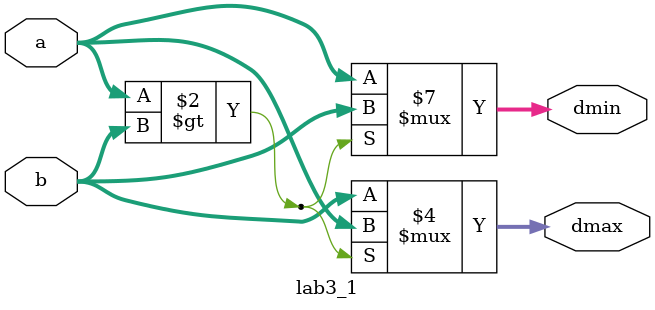
<source format=v>
module lab3_1 #(parameter w = 4)
( 
input [w-1:0] a, b,	
output reg [w-1:0] dmin, dmax
);

always @ *

if (a>b)
	begin
		dmin <= b;
		dmax <= a;
	end
	
else
	begin
		dmin <= a;
		dmax <= b;
	end
endmodule

</source>
